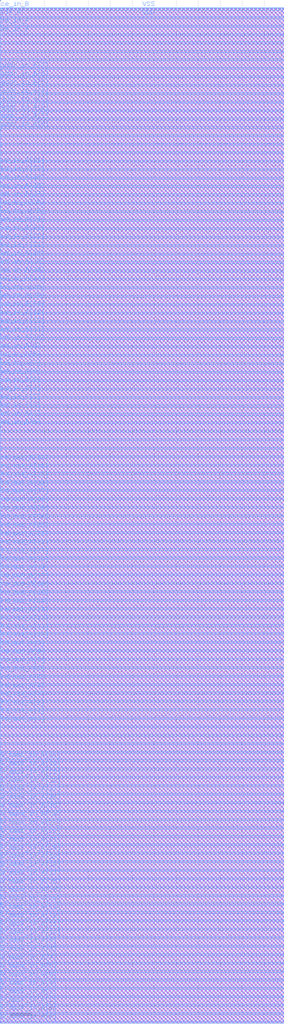
<source format=lef>
# Generated by FakeRAM 2.0
VERSION 5.7 ;
BUSBITCHARS "[]" ;
PROPERTYDEFINITIONS
  MACRO width INTEGER ;
  MACRO depth INTEGER ;
  MACRO banks INTEGER ;
END PROPERTYDEFINITIONS
MACRO fakeram7_tdp_256x32
  PROPERTY width 32 ;
  PROPERTY depth 256 ;
  PROPERTY banks 2 ;
  FOREIGN fakeram7_tdp_256x32 0 0 ;
  SYMMETRY X Y ;
  SIZE 12.920 BY 46.200 ;
  CLASS BLOCK ;
  PIN w_mask_in_A[0]
    DIRECTION INPUT ;
    USE SIGNAL ;
    SHAPE ABUTMENT ;
    PORT
      LAYER M4 ;
      RECT 0.000 0.048 0.024 0.072 ;
    END
  END w_mask_in_A[0]
  PIN w_mask_in_B[0]
    DIRECTION INPUT ;
    USE SIGNAL ;
    SHAPE ABUTMENT ;
    PORT
      LAYER M4 ;
      RECT 12.896 0.048 12.920 0.072 ;
    END
  END w_mask_in_B[0]
  PIN w_mask_in_A[1]
    DIRECTION INPUT ;
    USE SIGNAL ;
    SHAPE ABUTMENT ;
    PORT
      LAYER M4 ;
      RECT 0.000 0.432 0.024 0.456 ;
    END
  END w_mask_in_A[1]
  PIN w_mask_in_B[1]
    DIRECTION INPUT ;
    USE SIGNAL ;
    SHAPE ABUTMENT ;
    PORT
      LAYER M4 ;
      RECT 12.896 0.432 12.920 0.456 ;
    END
  END w_mask_in_B[1]
  PIN w_mask_in_A[2]
    DIRECTION INPUT ;
    USE SIGNAL ;
    SHAPE ABUTMENT ;
    PORT
      LAYER M4 ;
      RECT 0.000 0.816 0.024 0.840 ;
    END
  END w_mask_in_A[2]
  PIN w_mask_in_B[2]
    DIRECTION INPUT ;
    USE SIGNAL ;
    SHAPE ABUTMENT ;
    PORT
      LAYER M4 ;
      RECT 12.896 0.816 12.920 0.840 ;
    END
  END w_mask_in_B[2]
  PIN w_mask_in_A[3]
    DIRECTION INPUT ;
    USE SIGNAL ;
    SHAPE ABUTMENT ;
    PORT
      LAYER M4 ;
      RECT 0.000 1.200 0.024 1.224 ;
    END
  END w_mask_in_A[3]
  PIN w_mask_in_B[3]
    DIRECTION INPUT ;
    USE SIGNAL ;
    SHAPE ABUTMENT ;
    PORT
      LAYER M4 ;
      RECT 12.896 1.200 12.920 1.224 ;
    END
  END w_mask_in_B[3]
  PIN w_mask_in_A[4]
    DIRECTION INPUT ;
    USE SIGNAL ;
    SHAPE ABUTMENT ;
    PORT
      LAYER M4 ;
      RECT 0.000 1.584 0.024 1.608 ;
    END
  END w_mask_in_A[4]
  PIN w_mask_in_B[4]
    DIRECTION INPUT ;
    USE SIGNAL ;
    SHAPE ABUTMENT ;
    PORT
      LAYER M4 ;
      RECT 12.896 1.584 12.920 1.608 ;
    END
  END w_mask_in_B[4]
  PIN w_mask_in_A[5]
    DIRECTION INPUT ;
    USE SIGNAL ;
    SHAPE ABUTMENT ;
    PORT
      LAYER M4 ;
      RECT 0.000 1.968 0.024 1.992 ;
    END
  END w_mask_in_A[5]
  PIN w_mask_in_B[5]
    DIRECTION INPUT ;
    USE SIGNAL ;
    SHAPE ABUTMENT ;
    PORT
      LAYER M4 ;
      RECT 12.896 1.968 12.920 1.992 ;
    END
  END w_mask_in_B[5]
  PIN w_mask_in_A[6]
    DIRECTION INPUT ;
    USE SIGNAL ;
    SHAPE ABUTMENT ;
    PORT
      LAYER M4 ;
      RECT 0.000 2.352 0.024 2.376 ;
    END
  END w_mask_in_A[6]
  PIN w_mask_in_B[6]
    DIRECTION INPUT ;
    USE SIGNAL ;
    SHAPE ABUTMENT ;
    PORT
      LAYER M4 ;
      RECT 12.896 2.352 12.920 2.376 ;
    END
  END w_mask_in_B[6]
  PIN w_mask_in_A[7]
    DIRECTION INPUT ;
    USE SIGNAL ;
    SHAPE ABUTMENT ;
    PORT
      LAYER M4 ;
      RECT 0.000 2.736 0.024 2.760 ;
    END
  END w_mask_in_A[7]
  PIN w_mask_in_B[7]
    DIRECTION INPUT ;
    USE SIGNAL ;
    SHAPE ABUTMENT ;
    PORT
      LAYER M4 ;
      RECT 12.896 2.736 12.920 2.760 ;
    END
  END w_mask_in_B[7]
  PIN w_mask_in_A[8]
    DIRECTION INPUT ;
    USE SIGNAL ;
    SHAPE ABUTMENT ;
    PORT
      LAYER M4 ;
      RECT 0.000 3.120 0.024 3.144 ;
    END
  END w_mask_in_A[8]
  PIN w_mask_in_B[8]
    DIRECTION INPUT ;
    USE SIGNAL ;
    SHAPE ABUTMENT ;
    PORT
      LAYER M4 ;
      RECT 12.896 3.120 12.920 3.144 ;
    END
  END w_mask_in_B[8]
  PIN w_mask_in_A[9]
    DIRECTION INPUT ;
    USE SIGNAL ;
    SHAPE ABUTMENT ;
    PORT
      LAYER M4 ;
      RECT 0.000 3.504 0.024 3.528 ;
    END
  END w_mask_in_A[9]
  PIN w_mask_in_B[9]
    DIRECTION INPUT ;
    USE SIGNAL ;
    SHAPE ABUTMENT ;
    PORT
      LAYER M4 ;
      RECT 12.896 3.504 12.920 3.528 ;
    END
  END w_mask_in_B[9]
  PIN w_mask_in_A[10]
    DIRECTION INPUT ;
    USE SIGNAL ;
    SHAPE ABUTMENT ;
    PORT
      LAYER M4 ;
      RECT 0.000 3.888 0.024 3.912 ;
    END
  END w_mask_in_A[10]
  PIN w_mask_in_B[10]
    DIRECTION INPUT ;
    USE SIGNAL ;
    SHAPE ABUTMENT ;
    PORT
      LAYER M4 ;
      RECT 12.896 3.888 12.920 3.912 ;
    END
  END w_mask_in_B[10]
  PIN w_mask_in_A[11]
    DIRECTION INPUT ;
    USE SIGNAL ;
    SHAPE ABUTMENT ;
    PORT
      LAYER M4 ;
      RECT 0.000 4.272 0.024 4.296 ;
    END
  END w_mask_in_A[11]
  PIN w_mask_in_B[11]
    DIRECTION INPUT ;
    USE SIGNAL ;
    SHAPE ABUTMENT ;
    PORT
      LAYER M4 ;
      RECT 12.896 4.272 12.920 4.296 ;
    END
  END w_mask_in_B[11]
  PIN w_mask_in_A[12]
    DIRECTION INPUT ;
    USE SIGNAL ;
    SHAPE ABUTMENT ;
    PORT
      LAYER M4 ;
      RECT 0.000 4.656 0.024 4.680 ;
    END
  END w_mask_in_A[12]
  PIN w_mask_in_B[12]
    DIRECTION INPUT ;
    USE SIGNAL ;
    SHAPE ABUTMENT ;
    PORT
      LAYER M4 ;
      RECT 12.896 4.656 12.920 4.680 ;
    END
  END w_mask_in_B[12]
  PIN w_mask_in_A[13]
    DIRECTION INPUT ;
    USE SIGNAL ;
    SHAPE ABUTMENT ;
    PORT
      LAYER M4 ;
      RECT 0.000 5.040 0.024 5.064 ;
    END
  END w_mask_in_A[13]
  PIN w_mask_in_B[13]
    DIRECTION INPUT ;
    USE SIGNAL ;
    SHAPE ABUTMENT ;
    PORT
      LAYER M4 ;
      RECT 12.896 5.040 12.920 5.064 ;
    END
  END w_mask_in_B[13]
  PIN w_mask_in_A[14]
    DIRECTION INPUT ;
    USE SIGNAL ;
    SHAPE ABUTMENT ;
    PORT
      LAYER M4 ;
      RECT 0.000 5.424 0.024 5.448 ;
    END
  END w_mask_in_A[14]
  PIN w_mask_in_B[14]
    DIRECTION INPUT ;
    USE SIGNAL ;
    SHAPE ABUTMENT ;
    PORT
      LAYER M4 ;
      RECT 12.896 5.424 12.920 5.448 ;
    END
  END w_mask_in_B[14]
  PIN w_mask_in_A[15]
    DIRECTION INPUT ;
    USE SIGNAL ;
    SHAPE ABUTMENT ;
    PORT
      LAYER M4 ;
      RECT 0.000 5.808 0.024 5.832 ;
    END
  END w_mask_in_A[15]
  PIN w_mask_in_B[15]
    DIRECTION INPUT ;
    USE SIGNAL ;
    SHAPE ABUTMENT ;
    PORT
      LAYER M4 ;
      RECT 12.896 5.808 12.920 5.832 ;
    END
  END w_mask_in_B[15]
  PIN w_mask_in_A[16]
    DIRECTION INPUT ;
    USE SIGNAL ;
    SHAPE ABUTMENT ;
    PORT
      LAYER M4 ;
      RECT 0.000 6.192 0.024 6.216 ;
    END
  END w_mask_in_A[16]
  PIN w_mask_in_B[16]
    DIRECTION INPUT ;
    USE SIGNAL ;
    SHAPE ABUTMENT ;
    PORT
      LAYER M4 ;
      RECT 12.896 6.192 12.920 6.216 ;
    END
  END w_mask_in_B[16]
  PIN w_mask_in_A[17]
    DIRECTION INPUT ;
    USE SIGNAL ;
    SHAPE ABUTMENT ;
    PORT
      LAYER M4 ;
      RECT 0.000 6.576 0.024 6.600 ;
    END
  END w_mask_in_A[17]
  PIN w_mask_in_B[17]
    DIRECTION INPUT ;
    USE SIGNAL ;
    SHAPE ABUTMENT ;
    PORT
      LAYER M4 ;
      RECT 12.896 6.576 12.920 6.600 ;
    END
  END w_mask_in_B[17]
  PIN w_mask_in_A[18]
    DIRECTION INPUT ;
    USE SIGNAL ;
    SHAPE ABUTMENT ;
    PORT
      LAYER M4 ;
      RECT 0.000 6.960 0.024 6.984 ;
    END
  END w_mask_in_A[18]
  PIN w_mask_in_B[18]
    DIRECTION INPUT ;
    USE SIGNAL ;
    SHAPE ABUTMENT ;
    PORT
      LAYER M4 ;
      RECT 12.896 6.960 12.920 6.984 ;
    END
  END w_mask_in_B[18]
  PIN w_mask_in_A[19]
    DIRECTION INPUT ;
    USE SIGNAL ;
    SHAPE ABUTMENT ;
    PORT
      LAYER M4 ;
      RECT 0.000 7.344 0.024 7.368 ;
    END
  END w_mask_in_A[19]
  PIN w_mask_in_B[19]
    DIRECTION INPUT ;
    USE SIGNAL ;
    SHAPE ABUTMENT ;
    PORT
      LAYER M4 ;
      RECT 12.896 7.344 12.920 7.368 ;
    END
  END w_mask_in_B[19]
  PIN w_mask_in_A[20]
    DIRECTION INPUT ;
    USE SIGNAL ;
    SHAPE ABUTMENT ;
    PORT
      LAYER M4 ;
      RECT 0.000 7.728 0.024 7.752 ;
    END
  END w_mask_in_A[20]
  PIN w_mask_in_B[20]
    DIRECTION INPUT ;
    USE SIGNAL ;
    SHAPE ABUTMENT ;
    PORT
      LAYER M4 ;
      RECT 12.896 7.728 12.920 7.752 ;
    END
  END w_mask_in_B[20]
  PIN w_mask_in_A[21]
    DIRECTION INPUT ;
    USE SIGNAL ;
    SHAPE ABUTMENT ;
    PORT
      LAYER M4 ;
      RECT 0.000 8.112 0.024 8.136 ;
    END
  END w_mask_in_A[21]
  PIN w_mask_in_B[21]
    DIRECTION INPUT ;
    USE SIGNAL ;
    SHAPE ABUTMENT ;
    PORT
      LAYER M4 ;
      RECT 12.896 8.112 12.920 8.136 ;
    END
  END w_mask_in_B[21]
  PIN w_mask_in_A[22]
    DIRECTION INPUT ;
    USE SIGNAL ;
    SHAPE ABUTMENT ;
    PORT
      LAYER M4 ;
      RECT 0.000 8.496 0.024 8.520 ;
    END
  END w_mask_in_A[22]
  PIN w_mask_in_B[22]
    DIRECTION INPUT ;
    USE SIGNAL ;
    SHAPE ABUTMENT ;
    PORT
      LAYER M4 ;
      RECT 12.896 8.496 12.920 8.520 ;
    END
  END w_mask_in_B[22]
  PIN w_mask_in_A[23]
    DIRECTION INPUT ;
    USE SIGNAL ;
    SHAPE ABUTMENT ;
    PORT
      LAYER M4 ;
      RECT 0.000 8.880 0.024 8.904 ;
    END
  END w_mask_in_A[23]
  PIN w_mask_in_B[23]
    DIRECTION INPUT ;
    USE SIGNAL ;
    SHAPE ABUTMENT ;
    PORT
      LAYER M4 ;
      RECT 12.896 8.880 12.920 8.904 ;
    END
  END w_mask_in_B[23]
  PIN w_mask_in_A[24]
    DIRECTION INPUT ;
    USE SIGNAL ;
    SHAPE ABUTMENT ;
    PORT
      LAYER M4 ;
      RECT 0.000 9.264 0.024 9.288 ;
    END
  END w_mask_in_A[24]
  PIN w_mask_in_B[24]
    DIRECTION INPUT ;
    USE SIGNAL ;
    SHAPE ABUTMENT ;
    PORT
      LAYER M4 ;
      RECT 12.896 9.264 12.920 9.288 ;
    END
  END w_mask_in_B[24]
  PIN w_mask_in_A[25]
    DIRECTION INPUT ;
    USE SIGNAL ;
    SHAPE ABUTMENT ;
    PORT
      LAYER M4 ;
      RECT 0.000 9.648 0.024 9.672 ;
    END
  END w_mask_in_A[25]
  PIN w_mask_in_B[25]
    DIRECTION INPUT ;
    USE SIGNAL ;
    SHAPE ABUTMENT ;
    PORT
      LAYER M4 ;
      RECT 12.896 9.648 12.920 9.672 ;
    END
  END w_mask_in_B[25]
  PIN w_mask_in_A[26]
    DIRECTION INPUT ;
    USE SIGNAL ;
    SHAPE ABUTMENT ;
    PORT
      LAYER M4 ;
      RECT 0.000 10.032 0.024 10.056 ;
    END
  END w_mask_in_A[26]
  PIN w_mask_in_B[26]
    DIRECTION INPUT ;
    USE SIGNAL ;
    SHAPE ABUTMENT ;
    PORT
      LAYER M4 ;
      RECT 12.896 10.032 12.920 10.056 ;
    END
  END w_mask_in_B[26]
  PIN w_mask_in_A[27]
    DIRECTION INPUT ;
    USE SIGNAL ;
    SHAPE ABUTMENT ;
    PORT
      LAYER M4 ;
      RECT 0.000 10.416 0.024 10.440 ;
    END
  END w_mask_in_A[27]
  PIN w_mask_in_B[27]
    DIRECTION INPUT ;
    USE SIGNAL ;
    SHAPE ABUTMENT ;
    PORT
      LAYER M4 ;
      RECT 12.896 10.416 12.920 10.440 ;
    END
  END w_mask_in_B[27]
  PIN w_mask_in_A[28]
    DIRECTION INPUT ;
    USE SIGNAL ;
    SHAPE ABUTMENT ;
    PORT
      LAYER M4 ;
      RECT 0.000 10.800 0.024 10.824 ;
    END
  END w_mask_in_A[28]
  PIN w_mask_in_B[28]
    DIRECTION INPUT ;
    USE SIGNAL ;
    SHAPE ABUTMENT ;
    PORT
      LAYER M4 ;
      RECT 12.896 10.800 12.920 10.824 ;
    END
  END w_mask_in_B[28]
  PIN w_mask_in_A[29]
    DIRECTION INPUT ;
    USE SIGNAL ;
    SHAPE ABUTMENT ;
    PORT
      LAYER M4 ;
      RECT 0.000 11.184 0.024 11.208 ;
    END
  END w_mask_in_A[29]
  PIN w_mask_in_B[29]
    DIRECTION INPUT ;
    USE SIGNAL ;
    SHAPE ABUTMENT ;
    PORT
      LAYER M4 ;
      RECT 12.896 11.184 12.920 11.208 ;
    END
  END w_mask_in_B[29]
  PIN w_mask_in_A[30]
    DIRECTION INPUT ;
    USE SIGNAL ;
    SHAPE ABUTMENT ;
    PORT
      LAYER M4 ;
      RECT 0.000 11.568 0.024 11.592 ;
    END
  END w_mask_in_A[30]
  PIN w_mask_in_B[30]
    DIRECTION INPUT ;
    USE SIGNAL ;
    SHAPE ABUTMENT ;
    PORT
      LAYER M4 ;
      RECT 12.896 11.568 12.920 11.592 ;
    END
  END w_mask_in_B[30]
  PIN w_mask_in_A[31]
    DIRECTION INPUT ;
    USE SIGNAL ;
    SHAPE ABUTMENT ;
    PORT
      LAYER M4 ;
      RECT 0.000 11.952 0.024 11.976 ;
    END
  END w_mask_in_A[31]
  PIN w_mask_in_B[31]
    DIRECTION INPUT ;
    USE SIGNAL ;
    SHAPE ABUTMENT ;
    PORT
      LAYER M4 ;
      RECT 12.896 11.952 12.920 11.976 ;
    END
  END w_mask_in_B[31]
  PIN rd_out_A[0]
    DIRECTION OUTPUT ;
    USE SIGNAL ;
    SHAPE ABUTMENT ;
    PORT
      LAYER M4 ;
      RECT 0.000 13.584 0.024 13.608 ;
    END
  END rd_out_A[0]
  PIN rd_out_B[0]
    DIRECTION OUTPUT ;
    USE SIGNAL ;
    SHAPE ABUTMENT ;
    PORT
      LAYER M4 ;
      RECT 12.896 13.584 12.920 13.608 ;
    END
  END rd_out_B[0]
  PIN rd_out_A[1]
    DIRECTION OUTPUT ;
    USE SIGNAL ;
    SHAPE ABUTMENT ;
    PORT
      LAYER M4 ;
      RECT 0.000 13.968 0.024 13.992 ;
    END
  END rd_out_A[1]
  PIN rd_out_B[1]
    DIRECTION OUTPUT ;
    USE SIGNAL ;
    SHAPE ABUTMENT ;
    PORT
      LAYER M4 ;
      RECT 12.896 13.968 12.920 13.992 ;
    END
  END rd_out_B[1]
  PIN rd_out_A[2]
    DIRECTION OUTPUT ;
    USE SIGNAL ;
    SHAPE ABUTMENT ;
    PORT
      LAYER M4 ;
      RECT 0.000 14.352 0.024 14.376 ;
    END
  END rd_out_A[2]
  PIN rd_out_B[2]
    DIRECTION OUTPUT ;
    USE SIGNAL ;
    SHAPE ABUTMENT ;
    PORT
      LAYER M4 ;
      RECT 12.896 14.352 12.920 14.376 ;
    END
  END rd_out_B[2]
  PIN rd_out_A[3]
    DIRECTION OUTPUT ;
    USE SIGNAL ;
    SHAPE ABUTMENT ;
    PORT
      LAYER M4 ;
      RECT 0.000 14.736 0.024 14.760 ;
    END
  END rd_out_A[3]
  PIN rd_out_B[3]
    DIRECTION OUTPUT ;
    USE SIGNAL ;
    SHAPE ABUTMENT ;
    PORT
      LAYER M4 ;
      RECT 12.896 14.736 12.920 14.760 ;
    END
  END rd_out_B[3]
  PIN rd_out_A[4]
    DIRECTION OUTPUT ;
    USE SIGNAL ;
    SHAPE ABUTMENT ;
    PORT
      LAYER M4 ;
      RECT 0.000 15.120 0.024 15.144 ;
    END
  END rd_out_A[4]
  PIN rd_out_B[4]
    DIRECTION OUTPUT ;
    USE SIGNAL ;
    SHAPE ABUTMENT ;
    PORT
      LAYER M4 ;
      RECT 12.896 15.120 12.920 15.144 ;
    END
  END rd_out_B[4]
  PIN rd_out_A[5]
    DIRECTION OUTPUT ;
    USE SIGNAL ;
    SHAPE ABUTMENT ;
    PORT
      LAYER M4 ;
      RECT 0.000 15.504 0.024 15.528 ;
    END
  END rd_out_A[5]
  PIN rd_out_B[5]
    DIRECTION OUTPUT ;
    USE SIGNAL ;
    SHAPE ABUTMENT ;
    PORT
      LAYER M4 ;
      RECT 12.896 15.504 12.920 15.528 ;
    END
  END rd_out_B[5]
  PIN rd_out_A[6]
    DIRECTION OUTPUT ;
    USE SIGNAL ;
    SHAPE ABUTMENT ;
    PORT
      LAYER M4 ;
      RECT 0.000 15.888 0.024 15.912 ;
    END
  END rd_out_A[6]
  PIN rd_out_B[6]
    DIRECTION OUTPUT ;
    USE SIGNAL ;
    SHAPE ABUTMENT ;
    PORT
      LAYER M4 ;
      RECT 12.896 15.888 12.920 15.912 ;
    END
  END rd_out_B[6]
  PIN rd_out_A[7]
    DIRECTION OUTPUT ;
    USE SIGNAL ;
    SHAPE ABUTMENT ;
    PORT
      LAYER M4 ;
      RECT 0.000 16.272 0.024 16.296 ;
    END
  END rd_out_A[7]
  PIN rd_out_B[7]
    DIRECTION OUTPUT ;
    USE SIGNAL ;
    SHAPE ABUTMENT ;
    PORT
      LAYER M4 ;
      RECT 12.896 16.272 12.920 16.296 ;
    END
  END rd_out_B[7]
  PIN rd_out_A[8]
    DIRECTION OUTPUT ;
    USE SIGNAL ;
    SHAPE ABUTMENT ;
    PORT
      LAYER M4 ;
      RECT 0.000 16.656 0.024 16.680 ;
    END
  END rd_out_A[8]
  PIN rd_out_B[8]
    DIRECTION OUTPUT ;
    USE SIGNAL ;
    SHAPE ABUTMENT ;
    PORT
      LAYER M4 ;
      RECT 12.896 16.656 12.920 16.680 ;
    END
  END rd_out_B[8]
  PIN rd_out_A[9]
    DIRECTION OUTPUT ;
    USE SIGNAL ;
    SHAPE ABUTMENT ;
    PORT
      LAYER M4 ;
      RECT 0.000 17.040 0.024 17.064 ;
    END
  END rd_out_A[9]
  PIN rd_out_B[9]
    DIRECTION OUTPUT ;
    USE SIGNAL ;
    SHAPE ABUTMENT ;
    PORT
      LAYER M4 ;
      RECT 12.896 17.040 12.920 17.064 ;
    END
  END rd_out_B[9]
  PIN rd_out_A[10]
    DIRECTION OUTPUT ;
    USE SIGNAL ;
    SHAPE ABUTMENT ;
    PORT
      LAYER M4 ;
      RECT 0.000 17.424 0.024 17.448 ;
    END
  END rd_out_A[10]
  PIN rd_out_B[10]
    DIRECTION OUTPUT ;
    USE SIGNAL ;
    SHAPE ABUTMENT ;
    PORT
      LAYER M4 ;
      RECT 12.896 17.424 12.920 17.448 ;
    END
  END rd_out_B[10]
  PIN rd_out_A[11]
    DIRECTION OUTPUT ;
    USE SIGNAL ;
    SHAPE ABUTMENT ;
    PORT
      LAYER M4 ;
      RECT 0.000 17.808 0.024 17.832 ;
    END
  END rd_out_A[11]
  PIN rd_out_B[11]
    DIRECTION OUTPUT ;
    USE SIGNAL ;
    SHAPE ABUTMENT ;
    PORT
      LAYER M4 ;
      RECT 12.896 17.808 12.920 17.832 ;
    END
  END rd_out_B[11]
  PIN rd_out_A[12]
    DIRECTION OUTPUT ;
    USE SIGNAL ;
    SHAPE ABUTMENT ;
    PORT
      LAYER M4 ;
      RECT 0.000 18.192 0.024 18.216 ;
    END
  END rd_out_A[12]
  PIN rd_out_B[12]
    DIRECTION OUTPUT ;
    USE SIGNAL ;
    SHAPE ABUTMENT ;
    PORT
      LAYER M4 ;
      RECT 12.896 18.192 12.920 18.216 ;
    END
  END rd_out_B[12]
  PIN rd_out_A[13]
    DIRECTION OUTPUT ;
    USE SIGNAL ;
    SHAPE ABUTMENT ;
    PORT
      LAYER M4 ;
      RECT 0.000 18.576 0.024 18.600 ;
    END
  END rd_out_A[13]
  PIN rd_out_B[13]
    DIRECTION OUTPUT ;
    USE SIGNAL ;
    SHAPE ABUTMENT ;
    PORT
      LAYER M4 ;
      RECT 12.896 18.576 12.920 18.600 ;
    END
  END rd_out_B[13]
  PIN rd_out_A[14]
    DIRECTION OUTPUT ;
    USE SIGNAL ;
    SHAPE ABUTMENT ;
    PORT
      LAYER M4 ;
      RECT 0.000 18.960 0.024 18.984 ;
    END
  END rd_out_A[14]
  PIN rd_out_B[14]
    DIRECTION OUTPUT ;
    USE SIGNAL ;
    SHAPE ABUTMENT ;
    PORT
      LAYER M4 ;
      RECT 12.896 18.960 12.920 18.984 ;
    END
  END rd_out_B[14]
  PIN rd_out_A[15]
    DIRECTION OUTPUT ;
    USE SIGNAL ;
    SHAPE ABUTMENT ;
    PORT
      LAYER M4 ;
      RECT 0.000 19.344 0.024 19.368 ;
    END
  END rd_out_A[15]
  PIN rd_out_B[15]
    DIRECTION OUTPUT ;
    USE SIGNAL ;
    SHAPE ABUTMENT ;
    PORT
      LAYER M4 ;
      RECT 12.896 19.344 12.920 19.368 ;
    END
  END rd_out_B[15]
  PIN rd_out_A[16]
    DIRECTION OUTPUT ;
    USE SIGNAL ;
    SHAPE ABUTMENT ;
    PORT
      LAYER M4 ;
      RECT 0.000 19.728 0.024 19.752 ;
    END
  END rd_out_A[16]
  PIN rd_out_B[16]
    DIRECTION OUTPUT ;
    USE SIGNAL ;
    SHAPE ABUTMENT ;
    PORT
      LAYER M4 ;
      RECT 12.896 19.728 12.920 19.752 ;
    END
  END rd_out_B[16]
  PIN rd_out_A[17]
    DIRECTION OUTPUT ;
    USE SIGNAL ;
    SHAPE ABUTMENT ;
    PORT
      LAYER M4 ;
      RECT 0.000 20.112 0.024 20.136 ;
    END
  END rd_out_A[17]
  PIN rd_out_B[17]
    DIRECTION OUTPUT ;
    USE SIGNAL ;
    SHAPE ABUTMENT ;
    PORT
      LAYER M4 ;
      RECT 12.896 20.112 12.920 20.136 ;
    END
  END rd_out_B[17]
  PIN rd_out_A[18]
    DIRECTION OUTPUT ;
    USE SIGNAL ;
    SHAPE ABUTMENT ;
    PORT
      LAYER M4 ;
      RECT 0.000 20.496 0.024 20.520 ;
    END
  END rd_out_A[18]
  PIN rd_out_B[18]
    DIRECTION OUTPUT ;
    USE SIGNAL ;
    SHAPE ABUTMENT ;
    PORT
      LAYER M4 ;
      RECT 12.896 20.496 12.920 20.520 ;
    END
  END rd_out_B[18]
  PIN rd_out_A[19]
    DIRECTION OUTPUT ;
    USE SIGNAL ;
    SHAPE ABUTMENT ;
    PORT
      LAYER M4 ;
      RECT 0.000 20.880 0.024 20.904 ;
    END
  END rd_out_A[19]
  PIN rd_out_B[19]
    DIRECTION OUTPUT ;
    USE SIGNAL ;
    SHAPE ABUTMENT ;
    PORT
      LAYER M4 ;
      RECT 12.896 20.880 12.920 20.904 ;
    END
  END rd_out_B[19]
  PIN rd_out_A[20]
    DIRECTION OUTPUT ;
    USE SIGNAL ;
    SHAPE ABUTMENT ;
    PORT
      LAYER M4 ;
      RECT 0.000 21.264 0.024 21.288 ;
    END
  END rd_out_A[20]
  PIN rd_out_B[20]
    DIRECTION OUTPUT ;
    USE SIGNAL ;
    SHAPE ABUTMENT ;
    PORT
      LAYER M4 ;
      RECT 12.896 21.264 12.920 21.288 ;
    END
  END rd_out_B[20]
  PIN rd_out_A[21]
    DIRECTION OUTPUT ;
    USE SIGNAL ;
    SHAPE ABUTMENT ;
    PORT
      LAYER M4 ;
      RECT 0.000 21.648 0.024 21.672 ;
    END
  END rd_out_A[21]
  PIN rd_out_B[21]
    DIRECTION OUTPUT ;
    USE SIGNAL ;
    SHAPE ABUTMENT ;
    PORT
      LAYER M4 ;
      RECT 12.896 21.648 12.920 21.672 ;
    END
  END rd_out_B[21]
  PIN rd_out_A[22]
    DIRECTION OUTPUT ;
    USE SIGNAL ;
    SHAPE ABUTMENT ;
    PORT
      LAYER M4 ;
      RECT 0.000 22.032 0.024 22.056 ;
    END
  END rd_out_A[22]
  PIN rd_out_B[22]
    DIRECTION OUTPUT ;
    USE SIGNAL ;
    SHAPE ABUTMENT ;
    PORT
      LAYER M4 ;
      RECT 12.896 22.032 12.920 22.056 ;
    END
  END rd_out_B[22]
  PIN rd_out_A[23]
    DIRECTION OUTPUT ;
    USE SIGNAL ;
    SHAPE ABUTMENT ;
    PORT
      LAYER M4 ;
      RECT 0.000 22.416 0.024 22.440 ;
    END
  END rd_out_A[23]
  PIN rd_out_B[23]
    DIRECTION OUTPUT ;
    USE SIGNAL ;
    SHAPE ABUTMENT ;
    PORT
      LAYER M4 ;
      RECT 12.896 22.416 12.920 22.440 ;
    END
  END rd_out_B[23]
  PIN rd_out_A[24]
    DIRECTION OUTPUT ;
    USE SIGNAL ;
    SHAPE ABUTMENT ;
    PORT
      LAYER M4 ;
      RECT 0.000 22.800 0.024 22.824 ;
    END
  END rd_out_A[24]
  PIN rd_out_B[24]
    DIRECTION OUTPUT ;
    USE SIGNAL ;
    SHAPE ABUTMENT ;
    PORT
      LAYER M4 ;
      RECT 12.896 22.800 12.920 22.824 ;
    END
  END rd_out_B[24]
  PIN rd_out_A[25]
    DIRECTION OUTPUT ;
    USE SIGNAL ;
    SHAPE ABUTMENT ;
    PORT
      LAYER M4 ;
      RECT 0.000 23.184 0.024 23.208 ;
    END
  END rd_out_A[25]
  PIN rd_out_B[25]
    DIRECTION OUTPUT ;
    USE SIGNAL ;
    SHAPE ABUTMENT ;
    PORT
      LAYER M4 ;
      RECT 12.896 23.184 12.920 23.208 ;
    END
  END rd_out_B[25]
  PIN rd_out_A[26]
    DIRECTION OUTPUT ;
    USE SIGNAL ;
    SHAPE ABUTMENT ;
    PORT
      LAYER M4 ;
      RECT 0.000 23.568 0.024 23.592 ;
    END
  END rd_out_A[26]
  PIN rd_out_B[26]
    DIRECTION OUTPUT ;
    USE SIGNAL ;
    SHAPE ABUTMENT ;
    PORT
      LAYER M4 ;
      RECT 12.896 23.568 12.920 23.592 ;
    END
  END rd_out_B[26]
  PIN rd_out_A[27]
    DIRECTION OUTPUT ;
    USE SIGNAL ;
    SHAPE ABUTMENT ;
    PORT
      LAYER M4 ;
      RECT 0.000 23.952 0.024 23.976 ;
    END
  END rd_out_A[27]
  PIN rd_out_B[27]
    DIRECTION OUTPUT ;
    USE SIGNAL ;
    SHAPE ABUTMENT ;
    PORT
      LAYER M4 ;
      RECT 12.896 23.952 12.920 23.976 ;
    END
  END rd_out_B[27]
  PIN rd_out_A[28]
    DIRECTION OUTPUT ;
    USE SIGNAL ;
    SHAPE ABUTMENT ;
    PORT
      LAYER M4 ;
      RECT 0.000 24.336 0.024 24.360 ;
    END
  END rd_out_A[28]
  PIN rd_out_B[28]
    DIRECTION OUTPUT ;
    USE SIGNAL ;
    SHAPE ABUTMENT ;
    PORT
      LAYER M4 ;
      RECT 12.896 24.336 12.920 24.360 ;
    END
  END rd_out_B[28]
  PIN rd_out_A[29]
    DIRECTION OUTPUT ;
    USE SIGNAL ;
    SHAPE ABUTMENT ;
    PORT
      LAYER M4 ;
      RECT 0.000 24.720 0.024 24.744 ;
    END
  END rd_out_A[29]
  PIN rd_out_B[29]
    DIRECTION OUTPUT ;
    USE SIGNAL ;
    SHAPE ABUTMENT ;
    PORT
      LAYER M4 ;
      RECT 12.896 24.720 12.920 24.744 ;
    END
  END rd_out_B[29]
  PIN rd_out_A[30]
    DIRECTION OUTPUT ;
    USE SIGNAL ;
    SHAPE ABUTMENT ;
    PORT
      LAYER M4 ;
      RECT 0.000 25.104 0.024 25.128 ;
    END
  END rd_out_A[30]
  PIN rd_out_B[30]
    DIRECTION OUTPUT ;
    USE SIGNAL ;
    SHAPE ABUTMENT ;
    PORT
      LAYER M4 ;
      RECT 12.896 25.104 12.920 25.128 ;
    END
  END rd_out_B[30]
  PIN rd_out_A[31]
    DIRECTION OUTPUT ;
    USE SIGNAL ;
    SHAPE ABUTMENT ;
    PORT
      LAYER M4 ;
      RECT 0.000 25.488 0.024 25.512 ;
    END
  END rd_out_A[31]
  PIN rd_out_B[31]
    DIRECTION OUTPUT ;
    USE SIGNAL ;
    SHAPE ABUTMENT ;
    PORT
      LAYER M4 ;
      RECT 12.896 25.488 12.920 25.512 ;
    END
  END rd_out_B[31]
  PIN wd_in_A[0]
    DIRECTION INPUT ;
    USE SIGNAL ;
    SHAPE ABUTMENT ;
    PORT
      LAYER M4 ;
      RECT 0.000 27.120 0.024 27.144 ;
    END
  END wd_in_A[0]
  PIN wd_in_B[0]
    DIRECTION INPUT ;
    USE SIGNAL ;
    SHAPE ABUTMENT ;
    PORT
      LAYER M4 ;
      RECT 12.896 27.120 12.920 27.144 ;
    END
  END wd_in_B[0]
  PIN wd_in_A[1]
    DIRECTION INPUT ;
    USE SIGNAL ;
    SHAPE ABUTMENT ;
    PORT
      LAYER M4 ;
      RECT 0.000 27.504 0.024 27.528 ;
    END
  END wd_in_A[1]
  PIN wd_in_B[1]
    DIRECTION INPUT ;
    USE SIGNAL ;
    SHAPE ABUTMENT ;
    PORT
      LAYER M4 ;
      RECT 12.896 27.504 12.920 27.528 ;
    END
  END wd_in_B[1]
  PIN wd_in_A[2]
    DIRECTION INPUT ;
    USE SIGNAL ;
    SHAPE ABUTMENT ;
    PORT
      LAYER M4 ;
      RECT 0.000 27.888 0.024 27.912 ;
    END
  END wd_in_A[2]
  PIN wd_in_B[2]
    DIRECTION INPUT ;
    USE SIGNAL ;
    SHAPE ABUTMENT ;
    PORT
      LAYER M4 ;
      RECT 12.896 27.888 12.920 27.912 ;
    END
  END wd_in_B[2]
  PIN wd_in_A[3]
    DIRECTION INPUT ;
    USE SIGNAL ;
    SHAPE ABUTMENT ;
    PORT
      LAYER M4 ;
      RECT 0.000 28.272 0.024 28.296 ;
    END
  END wd_in_A[3]
  PIN wd_in_B[3]
    DIRECTION INPUT ;
    USE SIGNAL ;
    SHAPE ABUTMENT ;
    PORT
      LAYER M4 ;
      RECT 12.896 28.272 12.920 28.296 ;
    END
  END wd_in_B[3]
  PIN wd_in_A[4]
    DIRECTION INPUT ;
    USE SIGNAL ;
    SHAPE ABUTMENT ;
    PORT
      LAYER M4 ;
      RECT 0.000 28.656 0.024 28.680 ;
    END
  END wd_in_A[4]
  PIN wd_in_B[4]
    DIRECTION INPUT ;
    USE SIGNAL ;
    SHAPE ABUTMENT ;
    PORT
      LAYER M4 ;
      RECT 12.896 28.656 12.920 28.680 ;
    END
  END wd_in_B[4]
  PIN wd_in_A[5]
    DIRECTION INPUT ;
    USE SIGNAL ;
    SHAPE ABUTMENT ;
    PORT
      LAYER M4 ;
      RECT 0.000 29.040 0.024 29.064 ;
    END
  END wd_in_A[5]
  PIN wd_in_B[5]
    DIRECTION INPUT ;
    USE SIGNAL ;
    SHAPE ABUTMENT ;
    PORT
      LAYER M4 ;
      RECT 12.896 29.040 12.920 29.064 ;
    END
  END wd_in_B[5]
  PIN wd_in_A[6]
    DIRECTION INPUT ;
    USE SIGNAL ;
    SHAPE ABUTMENT ;
    PORT
      LAYER M4 ;
      RECT 0.000 29.424 0.024 29.448 ;
    END
  END wd_in_A[6]
  PIN wd_in_B[6]
    DIRECTION INPUT ;
    USE SIGNAL ;
    SHAPE ABUTMENT ;
    PORT
      LAYER M4 ;
      RECT 12.896 29.424 12.920 29.448 ;
    END
  END wd_in_B[6]
  PIN wd_in_A[7]
    DIRECTION INPUT ;
    USE SIGNAL ;
    SHAPE ABUTMENT ;
    PORT
      LAYER M4 ;
      RECT 0.000 29.808 0.024 29.832 ;
    END
  END wd_in_A[7]
  PIN wd_in_B[7]
    DIRECTION INPUT ;
    USE SIGNAL ;
    SHAPE ABUTMENT ;
    PORT
      LAYER M4 ;
      RECT 12.896 29.808 12.920 29.832 ;
    END
  END wd_in_B[7]
  PIN wd_in_A[8]
    DIRECTION INPUT ;
    USE SIGNAL ;
    SHAPE ABUTMENT ;
    PORT
      LAYER M4 ;
      RECT 0.000 30.192 0.024 30.216 ;
    END
  END wd_in_A[8]
  PIN wd_in_B[8]
    DIRECTION INPUT ;
    USE SIGNAL ;
    SHAPE ABUTMENT ;
    PORT
      LAYER M4 ;
      RECT 12.896 30.192 12.920 30.216 ;
    END
  END wd_in_B[8]
  PIN wd_in_A[9]
    DIRECTION INPUT ;
    USE SIGNAL ;
    SHAPE ABUTMENT ;
    PORT
      LAYER M4 ;
      RECT 0.000 30.576 0.024 30.600 ;
    END
  END wd_in_A[9]
  PIN wd_in_B[9]
    DIRECTION INPUT ;
    USE SIGNAL ;
    SHAPE ABUTMENT ;
    PORT
      LAYER M4 ;
      RECT 12.896 30.576 12.920 30.600 ;
    END
  END wd_in_B[9]
  PIN wd_in_A[10]
    DIRECTION INPUT ;
    USE SIGNAL ;
    SHAPE ABUTMENT ;
    PORT
      LAYER M4 ;
      RECT 0.000 30.960 0.024 30.984 ;
    END
  END wd_in_A[10]
  PIN wd_in_B[10]
    DIRECTION INPUT ;
    USE SIGNAL ;
    SHAPE ABUTMENT ;
    PORT
      LAYER M4 ;
      RECT 12.896 30.960 12.920 30.984 ;
    END
  END wd_in_B[10]
  PIN wd_in_A[11]
    DIRECTION INPUT ;
    USE SIGNAL ;
    SHAPE ABUTMENT ;
    PORT
      LAYER M4 ;
      RECT 0.000 31.344 0.024 31.368 ;
    END
  END wd_in_A[11]
  PIN wd_in_B[11]
    DIRECTION INPUT ;
    USE SIGNAL ;
    SHAPE ABUTMENT ;
    PORT
      LAYER M4 ;
      RECT 12.896 31.344 12.920 31.368 ;
    END
  END wd_in_B[11]
  PIN wd_in_A[12]
    DIRECTION INPUT ;
    USE SIGNAL ;
    SHAPE ABUTMENT ;
    PORT
      LAYER M4 ;
      RECT 0.000 31.728 0.024 31.752 ;
    END
  END wd_in_A[12]
  PIN wd_in_B[12]
    DIRECTION INPUT ;
    USE SIGNAL ;
    SHAPE ABUTMENT ;
    PORT
      LAYER M4 ;
      RECT 12.896 31.728 12.920 31.752 ;
    END
  END wd_in_B[12]
  PIN wd_in_A[13]
    DIRECTION INPUT ;
    USE SIGNAL ;
    SHAPE ABUTMENT ;
    PORT
      LAYER M4 ;
      RECT 0.000 32.112 0.024 32.136 ;
    END
  END wd_in_A[13]
  PIN wd_in_B[13]
    DIRECTION INPUT ;
    USE SIGNAL ;
    SHAPE ABUTMENT ;
    PORT
      LAYER M4 ;
      RECT 12.896 32.112 12.920 32.136 ;
    END
  END wd_in_B[13]
  PIN wd_in_A[14]
    DIRECTION INPUT ;
    USE SIGNAL ;
    SHAPE ABUTMENT ;
    PORT
      LAYER M4 ;
      RECT 0.000 32.496 0.024 32.520 ;
    END
  END wd_in_A[14]
  PIN wd_in_B[14]
    DIRECTION INPUT ;
    USE SIGNAL ;
    SHAPE ABUTMENT ;
    PORT
      LAYER M4 ;
      RECT 12.896 32.496 12.920 32.520 ;
    END
  END wd_in_B[14]
  PIN wd_in_A[15]
    DIRECTION INPUT ;
    USE SIGNAL ;
    SHAPE ABUTMENT ;
    PORT
      LAYER M4 ;
      RECT 0.000 32.880 0.024 32.904 ;
    END
  END wd_in_A[15]
  PIN wd_in_B[15]
    DIRECTION INPUT ;
    USE SIGNAL ;
    SHAPE ABUTMENT ;
    PORT
      LAYER M4 ;
      RECT 12.896 32.880 12.920 32.904 ;
    END
  END wd_in_B[15]
  PIN wd_in_A[16]
    DIRECTION INPUT ;
    USE SIGNAL ;
    SHAPE ABUTMENT ;
    PORT
      LAYER M4 ;
      RECT 0.000 33.264 0.024 33.288 ;
    END
  END wd_in_A[16]
  PIN wd_in_B[16]
    DIRECTION INPUT ;
    USE SIGNAL ;
    SHAPE ABUTMENT ;
    PORT
      LAYER M4 ;
      RECT 12.896 33.264 12.920 33.288 ;
    END
  END wd_in_B[16]
  PIN wd_in_A[17]
    DIRECTION INPUT ;
    USE SIGNAL ;
    SHAPE ABUTMENT ;
    PORT
      LAYER M4 ;
      RECT 0.000 33.648 0.024 33.672 ;
    END
  END wd_in_A[17]
  PIN wd_in_B[17]
    DIRECTION INPUT ;
    USE SIGNAL ;
    SHAPE ABUTMENT ;
    PORT
      LAYER M4 ;
      RECT 12.896 33.648 12.920 33.672 ;
    END
  END wd_in_B[17]
  PIN wd_in_A[18]
    DIRECTION INPUT ;
    USE SIGNAL ;
    SHAPE ABUTMENT ;
    PORT
      LAYER M4 ;
      RECT 0.000 34.032 0.024 34.056 ;
    END
  END wd_in_A[18]
  PIN wd_in_B[18]
    DIRECTION INPUT ;
    USE SIGNAL ;
    SHAPE ABUTMENT ;
    PORT
      LAYER M4 ;
      RECT 12.896 34.032 12.920 34.056 ;
    END
  END wd_in_B[18]
  PIN wd_in_A[19]
    DIRECTION INPUT ;
    USE SIGNAL ;
    SHAPE ABUTMENT ;
    PORT
      LAYER M4 ;
      RECT 0.000 34.416 0.024 34.440 ;
    END
  END wd_in_A[19]
  PIN wd_in_B[19]
    DIRECTION INPUT ;
    USE SIGNAL ;
    SHAPE ABUTMENT ;
    PORT
      LAYER M4 ;
      RECT 12.896 34.416 12.920 34.440 ;
    END
  END wd_in_B[19]
  PIN wd_in_A[20]
    DIRECTION INPUT ;
    USE SIGNAL ;
    SHAPE ABUTMENT ;
    PORT
      LAYER M4 ;
      RECT 0.000 34.800 0.024 34.824 ;
    END
  END wd_in_A[20]
  PIN wd_in_B[20]
    DIRECTION INPUT ;
    USE SIGNAL ;
    SHAPE ABUTMENT ;
    PORT
      LAYER M4 ;
      RECT 12.896 34.800 12.920 34.824 ;
    END
  END wd_in_B[20]
  PIN wd_in_A[21]
    DIRECTION INPUT ;
    USE SIGNAL ;
    SHAPE ABUTMENT ;
    PORT
      LAYER M4 ;
      RECT 0.000 35.184 0.024 35.208 ;
    END
  END wd_in_A[21]
  PIN wd_in_B[21]
    DIRECTION INPUT ;
    USE SIGNAL ;
    SHAPE ABUTMENT ;
    PORT
      LAYER M4 ;
      RECT 12.896 35.184 12.920 35.208 ;
    END
  END wd_in_B[21]
  PIN wd_in_A[22]
    DIRECTION INPUT ;
    USE SIGNAL ;
    SHAPE ABUTMENT ;
    PORT
      LAYER M4 ;
      RECT 0.000 35.568 0.024 35.592 ;
    END
  END wd_in_A[22]
  PIN wd_in_B[22]
    DIRECTION INPUT ;
    USE SIGNAL ;
    SHAPE ABUTMENT ;
    PORT
      LAYER M4 ;
      RECT 12.896 35.568 12.920 35.592 ;
    END
  END wd_in_B[22]
  PIN wd_in_A[23]
    DIRECTION INPUT ;
    USE SIGNAL ;
    SHAPE ABUTMENT ;
    PORT
      LAYER M4 ;
      RECT 0.000 35.952 0.024 35.976 ;
    END
  END wd_in_A[23]
  PIN wd_in_B[23]
    DIRECTION INPUT ;
    USE SIGNAL ;
    SHAPE ABUTMENT ;
    PORT
      LAYER M4 ;
      RECT 12.896 35.952 12.920 35.976 ;
    END
  END wd_in_B[23]
  PIN wd_in_A[24]
    DIRECTION INPUT ;
    USE SIGNAL ;
    SHAPE ABUTMENT ;
    PORT
      LAYER M4 ;
      RECT 0.000 36.336 0.024 36.360 ;
    END
  END wd_in_A[24]
  PIN wd_in_B[24]
    DIRECTION INPUT ;
    USE SIGNAL ;
    SHAPE ABUTMENT ;
    PORT
      LAYER M4 ;
      RECT 12.896 36.336 12.920 36.360 ;
    END
  END wd_in_B[24]
  PIN wd_in_A[25]
    DIRECTION INPUT ;
    USE SIGNAL ;
    SHAPE ABUTMENT ;
    PORT
      LAYER M4 ;
      RECT 0.000 36.720 0.024 36.744 ;
    END
  END wd_in_A[25]
  PIN wd_in_B[25]
    DIRECTION INPUT ;
    USE SIGNAL ;
    SHAPE ABUTMENT ;
    PORT
      LAYER M4 ;
      RECT 12.896 36.720 12.920 36.744 ;
    END
  END wd_in_B[25]
  PIN wd_in_A[26]
    DIRECTION INPUT ;
    USE SIGNAL ;
    SHAPE ABUTMENT ;
    PORT
      LAYER M4 ;
      RECT 0.000 37.104 0.024 37.128 ;
    END
  END wd_in_A[26]
  PIN wd_in_B[26]
    DIRECTION INPUT ;
    USE SIGNAL ;
    SHAPE ABUTMENT ;
    PORT
      LAYER M4 ;
      RECT 12.896 37.104 12.920 37.128 ;
    END
  END wd_in_B[26]
  PIN wd_in_A[27]
    DIRECTION INPUT ;
    USE SIGNAL ;
    SHAPE ABUTMENT ;
    PORT
      LAYER M4 ;
      RECT 0.000 37.488 0.024 37.512 ;
    END
  END wd_in_A[27]
  PIN wd_in_B[27]
    DIRECTION INPUT ;
    USE SIGNAL ;
    SHAPE ABUTMENT ;
    PORT
      LAYER M4 ;
      RECT 12.896 37.488 12.920 37.512 ;
    END
  END wd_in_B[27]
  PIN wd_in_A[28]
    DIRECTION INPUT ;
    USE SIGNAL ;
    SHAPE ABUTMENT ;
    PORT
      LAYER M4 ;
      RECT 0.000 37.872 0.024 37.896 ;
    END
  END wd_in_A[28]
  PIN wd_in_B[28]
    DIRECTION INPUT ;
    USE SIGNAL ;
    SHAPE ABUTMENT ;
    PORT
      LAYER M4 ;
      RECT 12.896 37.872 12.920 37.896 ;
    END
  END wd_in_B[28]
  PIN wd_in_A[29]
    DIRECTION INPUT ;
    USE SIGNAL ;
    SHAPE ABUTMENT ;
    PORT
      LAYER M4 ;
      RECT 0.000 38.256 0.024 38.280 ;
    END
  END wd_in_A[29]
  PIN wd_in_B[29]
    DIRECTION INPUT ;
    USE SIGNAL ;
    SHAPE ABUTMENT ;
    PORT
      LAYER M4 ;
      RECT 12.896 38.256 12.920 38.280 ;
    END
  END wd_in_B[29]
  PIN wd_in_A[30]
    DIRECTION INPUT ;
    USE SIGNAL ;
    SHAPE ABUTMENT ;
    PORT
      LAYER M4 ;
      RECT 0.000 38.640 0.024 38.664 ;
    END
  END wd_in_A[30]
  PIN wd_in_B[30]
    DIRECTION INPUT ;
    USE SIGNAL ;
    SHAPE ABUTMENT ;
    PORT
      LAYER M4 ;
      RECT 12.896 38.640 12.920 38.664 ;
    END
  END wd_in_B[30]
  PIN wd_in_A[31]
    DIRECTION INPUT ;
    USE SIGNAL ;
    SHAPE ABUTMENT ;
    PORT
      LAYER M4 ;
      RECT 0.000 39.024 0.024 39.048 ;
    END
  END wd_in_A[31]
  PIN wd_in_B[31]
    DIRECTION INPUT ;
    USE SIGNAL ;
    SHAPE ABUTMENT ;
    PORT
      LAYER M4 ;
      RECT 12.896 39.024 12.920 39.048 ;
    END
  END wd_in_B[31]
  PIN addr_in_A[0]
    DIRECTION INPUT ;
    USE SIGNAL ;
    SHAPE ABUTMENT ;
    PORT
      LAYER M4 ;
      RECT 0.000 40.656 0.024 40.680 ;
    END
  END addr_in_A[0]
  PIN addr_in_B[0]
    DIRECTION INPUT ;
    USE SIGNAL ;
    SHAPE ABUTMENT ;
    PORT
      LAYER M4 ;
      RECT 12.896 40.656 12.920 40.680 ;
    END
  END addr_in_B[0]
  PIN addr_in_A[1]
    DIRECTION INPUT ;
    USE SIGNAL ;
    SHAPE ABUTMENT ;
    PORT
      LAYER M4 ;
      RECT 0.000 41.040 0.024 41.064 ;
    END
  END addr_in_A[1]
  PIN addr_in_B[1]
    DIRECTION INPUT ;
    USE SIGNAL ;
    SHAPE ABUTMENT ;
    PORT
      LAYER M4 ;
      RECT 12.896 41.040 12.920 41.064 ;
    END
  END addr_in_B[1]
  PIN addr_in_A[2]
    DIRECTION INPUT ;
    USE SIGNAL ;
    SHAPE ABUTMENT ;
    PORT
      LAYER M4 ;
      RECT 0.000 41.424 0.024 41.448 ;
    END
  END addr_in_A[2]
  PIN addr_in_B[2]
    DIRECTION INPUT ;
    USE SIGNAL ;
    SHAPE ABUTMENT ;
    PORT
      LAYER M4 ;
      RECT 12.896 41.424 12.920 41.448 ;
    END
  END addr_in_B[2]
  PIN addr_in_A[3]
    DIRECTION INPUT ;
    USE SIGNAL ;
    SHAPE ABUTMENT ;
    PORT
      LAYER M4 ;
      RECT 0.000 41.808 0.024 41.832 ;
    END
  END addr_in_A[3]
  PIN addr_in_B[3]
    DIRECTION INPUT ;
    USE SIGNAL ;
    SHAPE ABUTMENT ;
    PORT
      LAYER M4 ;
      RECT 12.896 41.808 12.920 41.832 ;
    END
  END addr_in_B[3]
  PIN addr_in_A[4]
    DIRECTION INPUT ;
    USE SIGNAL ;
    SHAPE ABUTMENT ;
    PORT
      LAYER M4 ;
      RECT 0.000 42.192 0.024 42.216 ;
    END
  END addr_in_A[4]
  PIN addr_in_B[4]
    DIRECTION INPUT ;
    USE SIGNAL ;
    SHAPE ABUTMENT ;
    PORT
      LAYER M4 ;
      RECT 12.896 42.192 12.920 42.216 ;
    END
  END addr_in_B[4]
  PIN addr_in_A[5]
    DIRECTION INPUT ;
    USE SIGNAL ;
    SHAPE ABUTMENT ;
    PORT
      LAYER M4 ;
      RECT 0.000 42.576 0.024 42.600 ;
    END
  END addr_in_A[5]
  PIN addr_in_B[5]
    DIRECTION INPUT ;
    USE SIGNAL ;
    SHAPE ABUTMENT ;
    PORT
      LAYER M4 ;
      RECT 12.896 42.576 12.920 42.600 ;
    END
  END addr_in_B[5]
  PIN addr_in_A[6]
    DIRECTION INPUT ;
    USE SIGNAL ;
    SHAPE ABUTMENT ;
    PORT
      LAYER M4 ;
      RECT 0.000 42.960 0.024 42.984 ;
    END
  END addr_in_A[6]
  PIN addr_in_B[6]
    DIRECTION INPUT ;
    USE SIGNAL ;
    SHAPE ABUTMENT ;
    PORT
      LAYER M4 ;
      RECT 12.896 42.960 12.920 42.984 ;
    END
  END addr_in_B[6]
  PIN addr_in_A[7]
    DIRECTION INPUT ;
    USE SIGNAL ;
    SHAPE ABUTMENT ;
    PORT
      LAYER M4 ;
      RECT 0.000 43.344 0.024 43.368 ;
    END
  END addr_in_A[7]
  PIN addr_in_B[7]
    DIRECTION INPUT ;
    USE SIGNAL ;
    SHAPE ABUTMENT ;
    PORT
      LAYER M4 ;
      RECT 12.896 43.344 12.920 43.368 ;
    END
  END addr_in_B[7]
  PIN we_in_A
    DIRECTION INPUT ;
    USE SIGNAL ;
    SHAPE ABUTMENT ;
    PORT
      LAYER M4 ;
      RECT 0.000 44.976 0.024 45.000 ;
    END
  END we_in_A
  PIN we_in_B
    DIRECTION INPUT ;
    USE SIGNAL ;
    SHAPE ABUTMENT ;
    PORT
      LAYER M4 ;
      RECT 12.896 44.976 12.920 45.000 ;
    END
  END we_in_B
  PIN ce_in_A
    DIRECTION INPUT ;
    USE SIGNAL ;
    SHAPE ABUTMENT ;
    PORT
      LAYER M4 ;
      RECT 0.000 45.360 0.024 45.384 ;
    END
  END ce_in_A
  PIN clk_A
    DIRECTION INPUT ;
    USE SIGNAL ;
    SHAPE ABUTMENT ;
    PORT
      LAYER M4 ;
      RECT 0.000 45.744 0.024 45.768 ;
    END
  END clk_A
  PIN ce_in_B
    DIRECTION INPUT ;
    USE SIGNAL ;
    SHAPE ABUTMENT ;
    PORT
      LAYER M4 ;
      RECT 0.000 46.128 0.024 46.152 ;
    END
  END ce_in_B
  PIN clk_B
    DIRECTION INPUT ;
    USE SIGNAL ;
    SHAPE ABUTMENT ;
    PORT
      LAYER M4 ;
      RECT 0.000 46.512 0.024 46.536 ;
    END
  END clk_B
  PIN VSS
    DIRECTION INOUT ;
    USE GROUND ;
    PORT
      LAYER M4 ;
      RECT 0.048 0.000 12.872 0.096 ;
      RECT 0.048 0.768 12.872 0.864 ;
      RECT 0.048 1.536 12.872 1.632 ;
      RECT 0.048 2.304 12.872 2.400 ;
      RECT 0.048 3.072 12.872 3.168 ;
      RECT 0.048 3.840 12.872 3.936 ;
      RECT 0.048 4.608 12.872 4.704 ;
      RECT 0.048 5.376 12.872 5.472 ;
      RECT 0.048 6.144 12.872 6.240 ;
      RECT 0.048 6.912 12.872 7.008 ;
      RECT 0.048 7.680 12.872 7.776 ;
      RECT 0.048 8.448 12.872 8.544 ;
      RECT 0.048 9.216 12.872 9.312 ;
      RECT 0.048 9.984 12.872 10.080 ;
      RECT 0.048 10.752 12.872 10.848 ;
      RECT 0.048 11.520 12.872 11.616 ;
      RECT 0.048 12.288 12.872 12.384 ;
      RECT 0.048 13.056 12.872 13.152 ;
      RECT 0.048 13.824 12.872 13.920 ;
      RECT 0.048 14.592 12.872 14.688 ;
      RECT 0.048 15.360 12.872 15.456 ;
      RECT 0.048 16.128 12.872 16.224 ;
      RECT 0.048 16.896 12.872 16.992 ;
      RECT 0.048 17.664 12.872 17.760 ;
      RECT 0.048 18.432 12.872 18.528 ;
      RECT 0.048 19.200 12.872 19.296 ;
      RECT 0.048 19.968 12.872 20.064 ;
      RECT 0.048 20.736 12.872 20.832 ;
      RECT 0.048 21.504 12.872 21.600 ;
      RECT 0.048 22.272 12.872 22.368 ;
      RECT 0.048 23.040 12.872 23.136 ;
      RECT 0.048 23.808 12.872 23.904 ;
      RECT 0.048 24.576 12.872 24.672 ;
      RECT 0.048 25.344 12.872 25.440 ;
      RECT 0.048 26.112 12.872 26.208 ;
      RECT 0.048 26.880 12.872 26.976 ;
      RECT 0.048 27.648 12.872 27.744 ;
      RECT 0.048 28.416 12.872 28.512 ;
      RECT 0.048 29.184 12.872 29.280 ;
      RECT 0.048 29.952 12.872 30.048 ;
      RECT 0.048 30.720 12.872 30.816 ;
      RECT 0.048 31.488 12.872 31.584 ;
      RECT 0.048 32.256 12.872 32.352 ;
      RECT 0.048 33.024 12.872 33.120 ;
      RECT 0.048 33.792 12.872 33.888 ;
      RECT 0.048 34.560 12.872 34.656 ;
      RECT 0.048 35.328 12.872 35.424 ;
      RECT 0.048 36.096 12.872 36.192 ;
      RECT 0.048 36.864 12.872 36.960 ;
      RECT 0.048 37.632 12.872 37.728 ;
      RECT 0.048 38.400 12.872 38.496 ;
      RECT 0.048 39.168 12.872 39.264 ;
      RECT 0.048 39.936 12.872 40.032 ;
      RECT 0.048 40.704 12.872 40.800 ;
      RECT 0.048 41.472 12.872 41.568 ;
      RECT 0.048 42.240 12.872 42.336 ;
      RECT 0.048 43.008 12.872 43.104 ;
      RECT 0.048 43.776 12.872 43.872 ;
      RECT 0.048 44.544 12.872 44.640 ;
      RECT 0.048 45.312 12.872 45.408 ;
      RECT 0.048 46.080 12.872 46.176 ;
    END
  END VSS
  PIN VDD
    DIRECTION INOUT ;
    USE POWER ;
    PORT
      LAYER M4 ;
      RECT 0.048 0.384 12.872 0.480 ;
      RECT 0.048 1.152 12.872 1.248 ;
      RECT 0.048 1.920 12.872 2.016 ;
      RECT 0.048 2.688 12.872 2.784 ;
      RECT 0.048 3.456 12.872 3.552 ;
      RECT 0.048 4.224 12.872 4.320 ;
      RECT 0.048 4.992 12.872 5.088 ;
      RECT 0.048 5.760 12.872 5.856 ;
      RECT 0.048 6.528 12.872 6.624 ;
      RECT 0.048 7.296 12.872 7.392 ;
      RECT 0.048 8.064 12.872 8.160 ;
      RECT 0.048 8.832 12.872 8.928 ;
      RECT 0.048 9.600 12.872 9.696 ;
      RECT 0.048 10.368 12.872 10.464 ;
      RECT 0.048 11.136 12.872 11.232 ;
      RECT 0.048 11.904 12.872 12.000 ;
      RECT 0.048 12.672 12.872 12.768 ;
      RECT 0.048 13.440 12.872 13.536 ;
      RECT 0.048 14.208 12.872 14.304 ;
      RECT 0.048 14.976 12.872 15.072 ;
      RECT 0.048 15.744 12.872 15.840 ;
      RECT 0.048 16.512 12.872 16.608 ;
      RECT 0.048 17.280 12.872 17.376 ;
      RECT 0.048 18.048 12.872 18.144 ;
      RECT 0.048 18.816 12.872 18.912 ;
      RECT 0.048 19.584 12.872 19.680 ;
      RECT 0.048 20.352 12.872 20.448 ;
      RECT 0.048 21.120 12.872 21.216 ;
      RECT 0.048 21.888 12.872 21.984 ;
      RECT 0.048 22.656 12.872 22.752 ;
      RECT 0.048 23.424 12.872 23.520 ;
      RECT 0.048 24.192 12.872 24.288 ;
      RECT 0.048 24.960 12.872 25.056 ;
      RECT 0.048 25.728 12.872 25.824 ;
      RECT 0.048 26.496 12.872 26.592 ;
      RECT 0.048 27.264 12.872 27.360 ;
      RECT 0.048 28.032 12.872 28.128 ;
      RECT 0.048 28.800 12.872 28.896 ;
      RECT 0.048 29.568 12.872 29.664 ;
      RECT 0.048 30.336 12.872 30.432 ;
      RECT 0.048 31.104 12.872 31.200 ;
      RECT 0.048 31.872 12.872 31.968 ;
      RECT 0.048 32.640 12.872 32.736 ;
      RECT 0.048 33.408 12.872 33.504 ;
      RECT 0.048 34.176 12.872 34.272 ;
      RECT 0.048 34.944 12.872 35.040 ;
      RECT 0.048 35.712 12.872 35.808 ;
      RECT 0.048 36.480 12.872 36.576 ;
      RECT 0.048 37.248 12.872 37.344 ;
      RECT 0.048 38.016 12.872 38.112 ;
      RECT 0.048 38.784 12.872 38.880 ;
      RECT 0.048 39.552 12.872 39.648 ;
      RECT 0.048 40.320 12.872 40.416 ;
      RECT 0.048 41.088 12.872 41.184 ;
      RECT 0.048 41.856 12.872 41.952 ;
      RECT 0.048 42.624 12.872 42.720 ;
      RECT 0.048 43.392 12.872 43.488 ;
      RECT 0.048 44.160 12.872 44.256 ;
      RECT 0.048 44.928 12.872 45.024 ;
      RECT 0.048 45.696 12.872 45.792 ;
    END
  END VDD
  OBS
    LAYER M1 ;
    RECT 0 0 12.920 46.200 ;
    LAYER M2 ;
    RECT 0 0 12.920 46.200 ;
    LAYER M3 ;
    RECT 0 0 12.920 46.200 ;
    LAYER M4 ;
    RECT 0 0 12.920 46.200 ;
  END
END fakeram7_tdp_256x32

END LIBRARY

</source>
